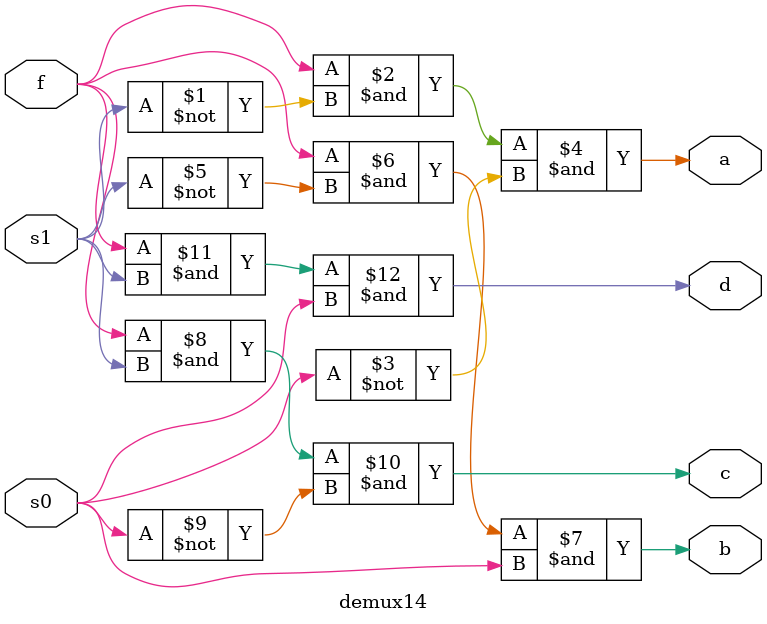
<source format=v>
`timescale 1ns / 1ps


module demux14(
input f,
s1,s0,
output a,b,c,d

    );    
    assign a = f& ~s1 & ~s0;
    assign b = f & ~s1& s0;
    assign c = f& s1& ~s0;
    assign d = f & s1 & s0;
      
endmodule

</source>
